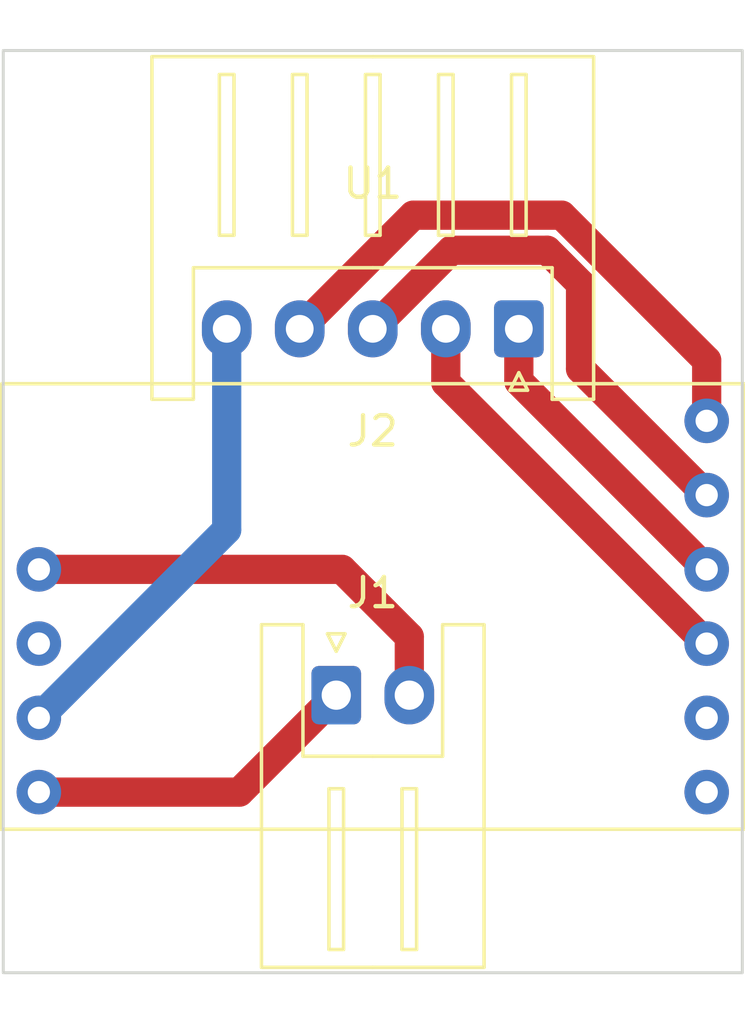
<source format=kicad_pcb>
(kicad_pcb (version 20211014) (generator pcbnew)
  (layers (0 "F.Cu" signal) (31 "B.Cu" signal) (34 "B.Paste" user) (35 "F.Paste" user) (36 "B.SilkS" user "B.Silkscreen") (37 "F.SilkS" user "F.Silkscreen") (38 "B.Mask" user) (39 "F.Mask" user) (44 "Edge.Cuts" user))
  (net 0 "")
  (net 1 "+12V")
  (net 2 "GND")
  (net 3 "comm_RX")
  (net 4 "comm_TX")
  (net 5 "comm2")
  (net 6 "comm1")
  (net 7 "+3V3")
  (footprint "comm:comm" (layer "F.Cu") (at 152.4 70.9864)
    (fp_text reference "U1" (at 0 -0.5 unlocked) (layer "F.SilkS"))
    (fp_text value "communication_module")
    (fp_rect (start -12.7 21.59) (end 12.7 6.35) (layer "F.SilkS") (width 0.12) (fill none))
    (pad "1" thru_hole circle (at -11.43 12.7) (size 1.524 1.524) (drill 0.762) (layers *.Cu *.Mask) (net 2 "GND"))
    (pad "2" thru_hole circle (at -11.43 15.24) (size 1.524 1.524) (drill 0.762) (layers *.Cu *.Mask))
    (pad "3" thru_hole circle (at -11.43 17.78) (size 1.524 1.524) (drill 0.762) (layers *.Cu *.Mask) (net 7 "+3V3"))
    (pad "4" thru_hole circle (at -11.43 20.32) (size 1.524 1.524) (drill 0.762) (layers *.Cu *.Mask) (net 1 "+12V"))
    (pad "5" thru_hole circle (at 11.43 7.62) (size 1.524 1.524) (drill 0.762) (layers *.Cu *.Mask) (net 6 "comm1"))
    (pad "6" thru_hole circle (at 11.43 10.16) (size 1.524 1.524) (drill 0.762) (layers *.Cu *.Mask) (net 5 "comm2"))
    (pad "7" thru_hole circle (at 11.43 12.7) (size 1.524 1.524) (drill 0.762) (layers *.Cu *.Mask) (net 3 "comm_RX"))
    (pad "8" thru_hole circle (at 11.43 15.24) (size 1.524 1.524) (drill 0.762) (layers *.Cu *.Mask) (net 4 "comm_TX"))
    (pad "9" thru_hole circle (at 11.43 17.78) (size 1.524 1.524) (drill 0.762) (layers *.Cu *.Mask))
    (pad "10" thru_hole circle (at 11.43 20.32) (size 1.524 1.524) (drill 0.762) (layers *.Cu *.Mask))
  )
  (footprint "Connector_JST:JST_XH_S2B-XH-A_1x02_P2.50mm_Horizontal" (layer "F.Cu") (at 151.15 87.99)
    (fp_text reference "J1" (at 1.25 -3.5) (layer "F.SilkS"))
    (fp_text value "Conn_01x02_Female")
    (fp_line (start 0.25 3.2) (end -0.25 3.2) (layer "F.SilkS") (width 0.12))
    (fp_line (start 5.06 9.31) (end 5.06 -2.41) (layer "F.SilkS") (width 0.12))
    (fp_line (start -2.56 9.31) (end -2.56 -2.41) (layer "F.SilkS") (width 0.12))
    (fp_line (start -0.3 -2.1) (end 0.3 -2.1) (layer "F.SilkS") (width 0.12))
    (fp_line (start 3.64 2.09) (end 1.25 2.09) (layer "F.SilkS") (width 0.12))
    (fp_line (start 3.64 -2.41) (end 3.64 2.09) (layer "F.SilkS") (width 0.12))
    (fp_line (start 0.25 8.7) (end 0.25 3.2) (layer "F.SilkS") (width 0.12))
    (fp_line (start -1.14 2.09) (end 1.25 2.09) (layer "F.SilkS") (width 0.12))
    (fp_line (start -0.25 3.2) (end -0.25 8.7) (layer "F.SilkS") (width 0.12))
    (fp_line (start 2.75 3.2) (end 2.25 3.2) (layer "F.SilkS") (width 0.12))
    (fp_line (start -0.25 8.7) (end 0.25 8.7) (layer "F.SilkS") (width 0.12))
    (fp_line (start 0.3 -2.1) (end 0 -1.5) (layer "F.SilkS") (width 0.12))
    (fp_line (start 2.25 3.2) (end 2.25 8.7) (layer "F.SilkS") (width 0.12))
    (fp_line (start 1.25 9.31) (end 5.06 9.31) (layer "F.SilkS") (width 0.12))
    (fp_line (start -1.14 -2.41) (end -1.14 2.09) (layer "F.SilkS") (width 0.12))
    (fp_line (start -2.56 -2.41) (end -1.14 -2.41) (layer "F.SilkS") (width 0.12))
    (fp_line (start 2.25 8.7) (end 2.75 8.7) (layer "F.SilkS") (width 0.12))
    (fp_line (start 1.25 9.31) (end -2.56 9.31) (layer "F.SilkS") (width 0.12))
    (fp_line (start 2.75 8.7) (end 2.75 3.2) (layer "F.SilkS") (width 0.12))
    (fp_line (start 0 -1.5) (end -0.3 -2.1) (layer "F.SilkS") (width 0.12))
    (fp_line (start 5.06 -2.41) (end 3.64 -2.41) (layer "F.SilkS") (width 0.12))
    (pad "1" thru_hole roundrect (at 0 0) (size 1.7 2) (drill 1) (layers *.Cu *.Mask) (roundrect_rratio 0.147059) (net 1 "+12V"))
    (pad "2" thru_hole oval (at 2.5 0) (size 1.7 2) (drill 1) (layers *.Cu *.Mask) (net 2 "GND"))
  )
  (footprint "Connector_JST:JST_XH_S5B-XH-A_1x05_P2.50mm_Horizontal" (layer "F.Cu") (at 157.4 75.459 180)
    (fp_text reference "J2" (at 5 -3.5) (layer "F.SilkS"))
    (fp_text value "Conn_01x05_Female")
    (fp_line (start 12.56 -2.41) (end 11.14 -2.41) (layer "F.SilkS") (width 0.12))
    (fp_line (start -0.25 3.2) (end -0.25 8.7) (layer "F.SilkS") (width 0.12))
    (fp_line (start 9.75 3.2) (end 9.75 8.7) (layer "F.SilkS") (width 0.12))
    (fp_line (start 7.25 3.2) (end 7.25 8.7) (layer "F.SilkS") (width 0.12))
    (fp_line (start 5.25 3.2) (end 4.75 3.2) (layer "F.SilkS") (width 0.12))
    (fp_line (start 5.25 8.7) (end 5.25 3.2) (layer "F.SilkS") (width 0.12))
    (fp_line (start 11.14 -2.41) (end 11.14 2.09) (layer "F.SilkS") (width 0.12))
    (fp_line (start -1.14 -2.41) (end -1.14 2.09) (layer "F.SilkS") (width 0.12))
    (fp_line (start -2.56 -2.41) (end -1.14 -2.41) (layer "F.SilkS") (width 0.12))
    (fp_line (start 11.14 2.09) (end 5 2.09) (layer "F.SilkS") (width 0.12))
    (fp_line (start 7.75 3.2) (end 7.25 3.2) (layer "F.SilkS") (width 0.12))
    (fp_line (start -0.3 -2.1) (end 0.3 -2.1) (layer "F.SilkS") (width 0.12))
    (fp_line (start 0 -1.5) (end -0.3 -2.1) (layer "F.SilkS") (width 0.12))
    (fp_line (start 12.56 9.31) (end 12.56 -2.41) (layer "F.SilkS") (width 0.12))
    (fp_line (start 5 9.31) (end -2.56 9.31) (layer "F.SilkS") (width 0.12))
    (fp_line (start 7.75 8.7) (end 7.75 3.2) (layer "F.SilkS") (width 0.12))
    (fp_line (start 2.25 8.7) (end 2.75 8.7) (layer "F.SilkS") (width 0.12))
    (fp_line (start 5 9.31) (end 12.56 9.31) (layer "F.SilkS") (width 0.12))
    (fp_line (start 2.25 3.2) (end 2.25 8.7) (layer "F.SilkS") (width 0.12))
    (fp_line (start 0.25 8.7) (end 0.25 3.2) (layer "F.SilkS") (width 0.12))
    (fp_line (start 4.75 3.2) (end 4.75 8.7) (layer "F.SilkS") (width 0.12))
    (fp_line (start 2.75 8.7) (end 2.75 3.2) (layer "F.SilkS") (width 0.12))
    (fp_line (start 4.75 8.7) (end 5.25 8.7) (layer "F.SilkS") (width 0.12))
    (fp_line (start -0.25 8.7) (end 0.25 8.7) (layer "F.SilkS") (width 0.12))
    (fp_line (start 2.75 3.2) (end 2.25 3.2) (layer "F.SilkS") (width 0.12))
    (fp_line (start 10.25 3.2) (end 9.75 3.2) (layer "F.SilkS") (width 0.12))
    (fp_line (start 0.25 3.2) (end -0.25 3.2) (layer "F.SilkS") (width 0.12))
    (fp_line (start 0.3 -2.1) (end 0 -1.5) (layer "F.SilkS") (width 0.12))
    (fp_line (start 9.75 8.7) (end 10.25 8.7) (layer "F.SilkS") (width 0.12))
    (fp_line (start 7.25 8.7) (end 7.75 8.7) (layer "F.SilkS") (width 0.12))
    (fp_line (start 10.25 8.7) (end 10.25 3.2) (layer "F.SilkS") (width 0.12))
    (fp_line (start -2.56 9.31) (end -2.56 -2.41) (layer "F.SilkS") (width 0.12))
    (fp_line (start -1.14 2.09) (end 5 2.09) (layer "F.SilkS") (width 0.12))
    (pad "1" thru_hole roundrect (at 0 0 180) (size 1.7 1.95) (drill 0.95) (layers *.Cu *.Mask) (roundrect_rratio 0.147059) (net 3 "comm_RX"))
    (pad "2" thru_hole oval (at 2.5 0 180) (size 1.7 1.95) (drill 0.95) (layers *.Cu *.Mask) (net 4 "comm_TX"))
    (pad "3" thru_hole oval (at 5 0 180) (size 1.7 1.95) (drill 0.95) (layers *.Cu *.Mask) (net 5 "comm2"))
    (pad "4" thru_hole oval (at 7.5 0 180) (size 1.7 1.95) (drill 0.95) (layers *.Cu *.Mask) (net 6 "comm1"))
    (pad "5" thru_hole oval (at 10 0 180) (size 1.7 1.95) (drill 0.95) (layers *.Cu *.Mask) (net 7 "+3V3"))
  )
  (gr_rect (start 139.7508 97.4852) (end 165.0492 65.9384) (layer "Edge.Cuts") (width 0.1) (fill none))
  (segment (start 140.97 91.3064) (end 147.8336 91.3064) (width 1) (layer "F.Cu") (net 1))
  (segment (start 147.8336 91.3064) (end 151.15 87.99) (width 1) (layer "F.Cu") (net 1))
  (segment (start 140.97 83.6864) (end 151.3464 83.6864) (width 1) (layer "F.Cu") (net 2))
  (segment (start 153.65 85.99) (end 153.65 87.99) (width 1) (layer "F.Cu") (net 2))
  (segment (start 151.3464 83.6864) (end 153.65 85.99) (width 1) (layer "F.Cu") (net 2))
  (segment (start 157.4 77.2564) (end 163.83 83.6864) (width 1) (layer "F.Cu") (net 3))
  (segment (start 157.4 75.459) (end 157.4 77.2564) (width 1) (layer "F.Cu") (net 3))
  (segment (start 154.9 77.2964) (end 154.9 75.459) (width 1) (layer "F.Cu") (net 4))
  (segment (start 163.83 86.2264) (end 154.9 77.2964) (width 1) (layer "F.Cu") (net 4))
  (segment (start 155.088 72.771) (end 152.4 75.459) (width 1) (layer "F.Cu") (net 5))
  (segment (start 159.512 76.8284) (end 159.512 73.914) (width 1) (layer "F.Cu") (net 5))
  (segment (start 163.83 81.1464) (end 159.512 76.8284) (width 1) (layer "F.Cu") (net 5))
  (segment (start 158.369 72.771) (end 155.088 72.771) (width 1) (layer "F.Cu") (net 5))
  (segment (start 159.512 73.914) (end 158.369 72.771) (width 1) (layer "F.Cu") (net 5))
  (segment (start 163.83 78.6064) (end 163.83 76.534944) (width 1) (layer "F.Cu") (net 6))
  (segment (start 163.83 76.534944) (end 158.866056 71.571) (width 1) (layer "F.Cu") (net 6))
  (segment (start 158.866056 71.571) (end 153.788 71.571) (width 1) (layer "F.Cu") (net 6))
  (segment (start 153.788 71.571) (end 149.9 75.459) (width 1) (layer "F.Cu") (net 6))
  (segment (start 147.4 82.3364) (end 140.97 88.7664) (width 1) (layer "B.Cu") (net 7))
  (segment (start 147.4 75.459) (end 147.4 82.3364) (width 1) (layer "B.Cu") (net 7))
)
</source>
